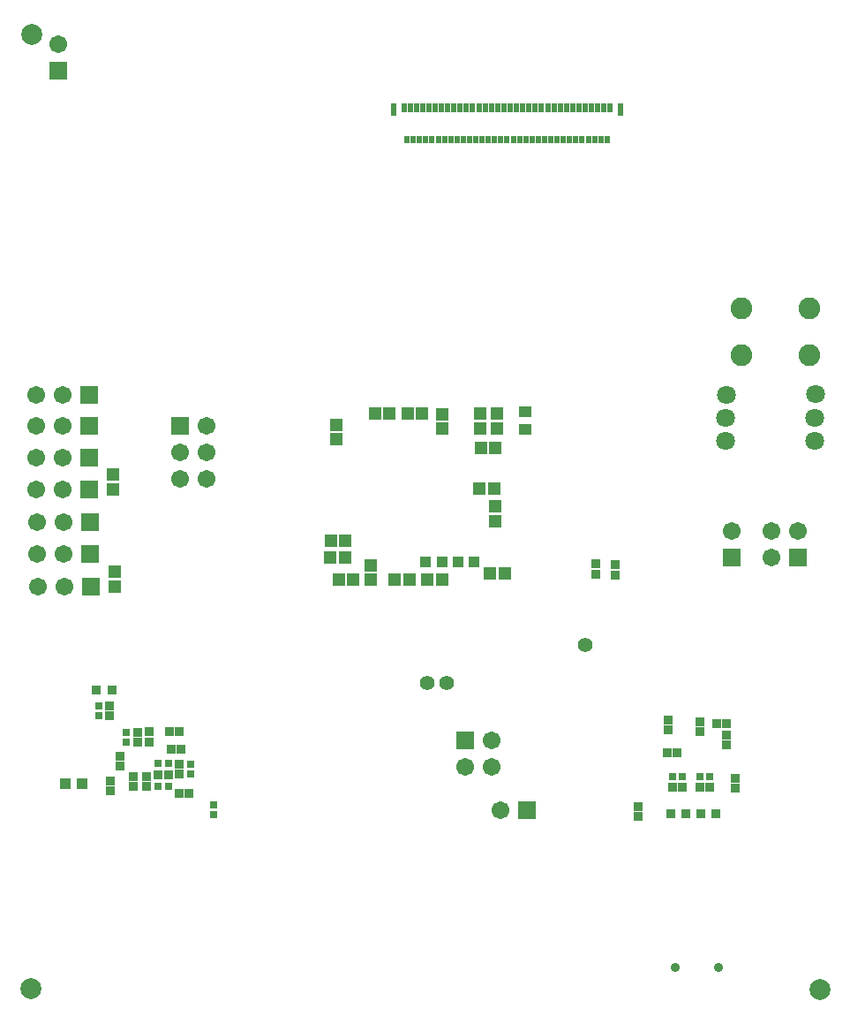
<source format=gbr>
%TF.GenerationSoftware,Altium Limited,Altium Designer,18.1.7 (191)*%
G04 Layer_Color=16711935*
%FSLAX26Y26*%
%MOIN*%
%TF.FileFunction,Soldermask,Bot*%
%TF.Part,Single*%
G01*
G75*
%TA.AperFunction,SMDPad,CuDef*%
%ADD111R,0.048157X0.048945*%
%ADD112R,0.041465X0.043433*%
%ADD113R,0.051307X0.045402*%
%ADD114R,0.034772X0.034772*%
%ADD115R,0.019811X0.034378*%
%ADD116R,0.019811X0.027685*%
%ADD117R,0.021779X0.047370*%
%ADD118R,0.034772X0.034772*%
%ADD119R,0.035559X0.037528*%
%ADD120C,0.078740*%
%ADD121R,0.030835X0.030047*%
%ADD122R,0.030047X0.030835*%
%ADD123R,0.049339X0.041465*%
%ADD124R,0.045402X0.051307*%
%TA.AperFunction,ComponentPad*%
%ADD125R,0.067055X0.067055*%
%ADD126C,0.067055*%
%ADD127R,0.067055X0.067055*%
%TA.AperFunction,ViaPad*%
%ADD128C,0.055212*%
%ADD129C,0.070960*%
%TA.AperFunction,ComponentPad*%
%ADD130C,0.082000*%
%ADD131C,0.035559*%
D111*
X509252Y2044213D02*
D03*
Y2102087D02*
D03*
X514961Y1676614D02*
D03*
Y1734488D02*
D03*
D112*
X390276Y935354D02*
D03*
X329252D02*
D03*
X1871181Y1769961D02*
D03*
X1810158D02*
D03*
X1750158Y1770039D02*
D03*
X1689134D02*
D03*
D113*
X1931890Y1728780D02*
D03*
X1987008D02*
D03*
X1947914Y2049094D02*
D03*
X1892796D02*
D03*
X1952402Y2199330D02*
D03*
X1897284D02*
D03*
X1675590Y2331850D02*
D03*
X1620472D02*
D03*
X1552796Y2331574D02*
D03*
X1497678D02*
D03*
X1386030Y1850056D02*
D03*
X1330912D02*
D03*
X1384828Y1786632D02*
D03*
X1329710D02*
D03*
X1416300Y1704724D02*
D03*
X1361182D02*
D03*
X1573150Y1704056D02*
D03*
X1628268D02*
D03*
X1750866D02*
D03*
X1695748D02*
D03*
D114*
X2406142Y1722480D02*
D03*
Y1759488D02*
D03*
X2333268Y1725787D02*
D03*
Y1762795D02*
D03*
X644468Y1092500D02*
D03*
Y1129508D02*
D03*
X634882Y925472D02*
D03*
Y962480D02*
D03*
X585354D02*
D03*
Y925472D02*
D03*
X533957Y1001870D02*
D03*
Y1038878D02*
D03*
X2858268Y917087D02*
D03*
Y954095D02*
D03*
X2824488Y1118032D02*
D03*
Y1081024D02*
D03*
X2724803Y1132165D02*
D03*
Y1169173D02*
D03*
X499764Y907441D02*
D03*
Y944449D02*
D03*
X2492717Y811870D02*
D03*
Y848878D02*
D03*
X2603661Y1136142D02*
D03*
Y1173150D02*
D03*
X600197Y1128937D02*
D03*
Y1091929D02*
D03*
X495591Y1228386D02*
D03*
Y1191378D02*
D03*
X759842Y1008779D02*
D03*
Y971772D02*
D03*
D115*
X1606692Y3484370D02*
D03*
X1630314D02*
D03*
X1653936D02*
D03*
X1677558D02*
D03*
X1701180D02*
D03*
X1724802D02*
D03*
X1748424D02*
D03*
X1772046D02*
D03*
X1795668D02*
D03*
X1819291D02*
D03*
X1842913D02*
D03*
X1866535D02*
D03*
X1890157D02*
D03*
X1913779D02*
D03*
X1937401D02*
D03*
X1961023D02*
D03*
X1984645D02*
D03*
X2008267D02*
D03*
X2031889D02*
D03*
X2055511D02*
D03*
X2079133D02*
D03*
X2102755D02*
D03*
X2126377D02*
D03*
X2149999D02*
D03*
X2173621D02*
D03*
X2197243D02*
D03*
X2220865D02*
D03*
X2244487D02*
D03*
X2268109D02*
D03*
X2291731D02*
D03*
X2315354D02*
D03*
X2338976D02*
D03*
X2362598D02*
D03*
X2386220D02*
D03*
D116*
X1618503Y3363701D02*
D03*
X1642125D02*
D03*
X1665747D02*
D03*
X1689369D02*
D03*
X1712991D02*
D03*
X1736613D02*
D03*
X1760235D02*
D03*
X1783858D02*
D03*
X1807479D02*
D03*
X1831102D02*
D03*
X1854724D02*
D03*
X1878346D02*
D03*
X1901968D02*
D03*
X1925590D02*
D03*
X1949212D02*
D03*
X1972834D02*
D03*
X1996456D02*
D03*
X2020078D02*
D03*
X2043700D02*
D03*
X2067322D02*
D03*
X2090944D02*
D03*
X2114566D02*
D03*
X2138188D02*
D03*
X2161810D02*
D03*
X2185432D02*
D03*
X2209054D02*
D03*
X2232676D02*
D03*
X2256298D02*
D03*
X2279921D02*
D03*
X2303543D02*
D03*
X2327165D02*
D03*
X2350787D02*
D03*
X2374409D02*
D03*
D117*
X1568306Y3477874D02*
D03*
X2424606D02*
D03*
D118*
X765394Y1064803D02*
D03*
X728386D02*
D03*
X759449Y896142D02*
D03*
X796457D02*
D03*
X2725669Y919213D02*
D03*
X2762677D02*
D03*
X2602205Y1049213D02*
D03*
X2639213D02*
D03*
X2659055Y919311D02*
D03*
X2622047D02*
D03*
X2787953Y1160039D02*
D03*
X2824961D02*
D03*
X716890Y966614D02*
D03*
X679882D02*
D03*
X722047Y1130551D02*
D03*
X759055D02*
D03*
D119*
X503425Y1286024D02*
D03*
X446339D02*
D03*
X2785433Y820354D02*
D03*
X2728347D02*
D03*
X2671063Y820158D02*
D03*
X2613976D02*
D03*
D120*
X200984Y3760354D02*
D03*
X3177638Y158937D02*
D03*
X197480Y162322D02*
D03*
D121*
X558111Y1091220D02*
D03*
Y1129016D02*
D03*
X889448Y855040D02*
D03*
Y817244D02*
D03*
X454292Y1228858D02*
D03*
Y1191062D02*
D03*
X801378Y1009016D02*
D03*
Y971220D02*
D03*
D122*
X679804Y924960D02*
D03*
X717598D02*
D03*
X679842Y1009212D02*
D03*
X717638D02*
D03*
X2621574Y961142D02*
D03*
X2659370D02*
D03*
X2724922Y960964D02*
D03*
X2762716D02*
D03*
D123*
X2063937Y2269646D02*
D03*
Y2336574D02*
D03*
D124*
X1959252Y2330670D02*
D03*
Y2275552D02*
D03*
X1952992Y1980434D02*
D03*
Y1925316D02*
D03*
X1752204Y2327796D02*
D03*
Y2272678D02*
D03*
X1895000Y2330040D02*
D03*
Y2274922D02*
D03*
X1350119Y2288583D02*
D03*
Y2233465D02*
D03*
X1482244Y1758818D02*
D03*
Y1703700D02*
D03*
D125*
X760748Y2285079D02*
D03*
X3095315Y1788465D02*
D03*
X2844291D02*
D03*
X1837047Y1096142D02*
D03*
X301024Y3625472D02*
D03*
D126*
X860748Y2285079D02*
D03*
X760748Y2185079D02*
D03*
X860748D02*
D03*
X760748Y2085079D02*
D03*
X860748D02*
D03*
X223425Y1678150D02*
D03*
X323425D02*
D03*
X222401Y1801220D02*
D03*
X322401D02*
D03*
X220354Y1922165D02*
D03*
X320354D02*
D03*
X318307Y2402323D02*
D03*
X218307D02*
D03*
X217283Y2283386D02*
D03*
X317283D02*
D03*
X217677Y2165197D02*
D03*
X317677D02*
D03*
X316654Y2045236D02*
D03*
X216654D02*
D03*
X2995315Y1888465D02*
D03*
X3095315D02*
D03*
X2995315Y1788465D02*
D03*
X2844291Y1888465D02*
D03*
X1971574Y834725D02*
D03*
X1937047Y996142D02*
D03*
X1837047D02*
D03*
X1937047Y1096142D02*
D03*
X301024Y3725472D02*
D03*
D127*
X423425Y1678150D02*
D03*
X422401Y1801220D02*
D03*
X420354Y1922165D02*
D03*
X418307Y2402323D02*
D03*
X417283Y2283386D02*
D03*
X417677Y2165197D02*
D03*
X416654Y2045236D02*
D03*
X2071574Y834725D02*
D03*
D128*
X2291417Y1456890D02*
D03*
X1769449Y1314213D02*
D03*
X1696024D02*
D03*
D129*
X2822126Y2226890D02*
D03*
Y2313189D02*
D03*
X3159016Y2226890D02*
D03*
Y2313189D02*
D03*
X3161142Y2404961D02*
D03*
X2824252Y2399331D02*
D03*
D130*
X3137291Y2550449D02*
D03*
X2881291D02*
D03*
X3137291Y2728449D02*
D03*
X2881291D02*
D03*
D131*
X2793818Y241416D02*
D03*
X2630432D02*
D03*
%TF.MD5,5ff792f72f3d57b0c37ff792aa084fb6*%
M02*

</source>
